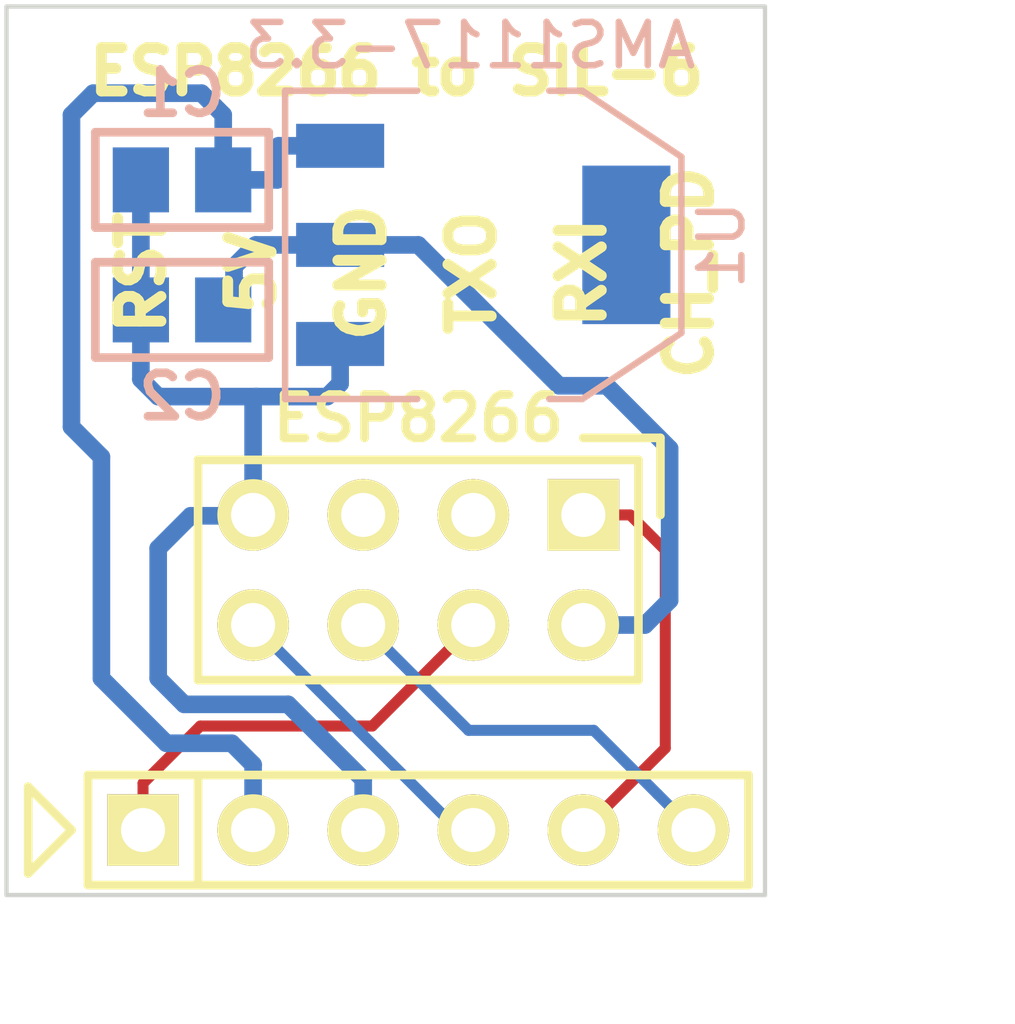
<source format=kicad_pcb>
(kicad_pcb (version 4) (host pcbnew "(2015-03-11 BZR 5507)-product")

  (general
    (links 12)
    (no_connects 0)
    (area 154.949999 97.7718 182.25 123.450001)
    (thickness 1.6)
    (drawings 13)
    (tracks 61)
    (zones 0)
    (modules 5)
    (nets 8)
  )

  (page A4)
  (title_block
    (title IKEA-Samtid_mood-light_esp8266-adapter)
    (date "Thu 12 Mar 2015")
    (rev 0.10.a)
    (company "2015 - blog.spitzenpfeil.org")
  )

  (layers
    (0 F.Cu signal)
    (31 B.Cu signal)
    (36 B.SilkS user)
    (37 F.SilkS user)
    (38 B.Mask user)
    (39 F.Mask user)
    (42 Eco1.User user)
    (44 Edge.Cuts user)
  )

  (setup
    (last_trace_width 0.254)
    (trace_clearance 0.2032)
    (zone_clearance 0.508)
    (zone_45_only no)
    (trace_min 0.2032)
    (segment_width 0.2)
    (edge_width 0.1)
    (via_size 0.635)
    (via_drill 0.3302)
    (via_min_size 0.635)
    (via_min_drill 0.3302)
    (uvia_size 0.508)
    (uvia_drill 0.127)
    (uvias_allowed no)
    (uvia_min_size 0.508)
    (uvia_min_drill 0.127)
    (pcb_text_width 0.3)
    (pcb_text_size 1.5 1.5)
    (mod_edge_width 0.15)
    (mod_text_size 1 1)
    (mod_text_width 0.15)
    (pad_size 1.5 1.5)
    (pad_drill 0.6)
    (pad_to_mask_clearance 0.0254)
    (aux_axis_origin 0 0)
    (visible_elements FFFFFF7F)
    (pcbplotparams
      (layerselection 0x010f0_80000001)
      (usegerberextensions true)
      (excludeedgelayer true)
      (linewidth 0.100000)
      (plotframeref false)
      (viasonmask false)
      (mode 1)
      (useauxorigin false)
      (hpglpennumber 1)
      (hpglpenspeed 20)
      (hpglpendiameter 15)
      (hpglpenoverlay 2)
      (psnegative false)
      (psa4output false)
      (plotreference true)
      (plotvalue true)
      (plotinvisibletext false)
      (padsonsilk false)
      (subtractmaskfromsilk true)
      (outputformat 1)
      (mirror false)
      (drillshape 0)
      (scaleselection 1)
      (outputdirectory gerber_files_esp8266-adapter/))
  )

  (net 0 "")
  (net 1 +5V)
  (net 2 GND)
  (net 3 +3.3V)
  (net 4 /RXI)
  (net 5 /RST)
  (net 6 /CH_PD)
  (net 7 /TXO)

  (net_class Default "This is the default net class."
    (clearance 0.2032)
    (trace_width 0.254)
    (via_dia 0.635)
    (via_drill 0.3302)
    (uvia_dia 0.508)
    (uvia_drill 0.127)
    (add_net /CH_PD)
    (add_net /RST)
    (add_net /RXI)
    (add_net /TXO)
  )

  (net_class Power ""
    (clearance 0.2032)
    (trace_width 0.4064)
    (via_dia 0.889)
    (via_drill 0.635)
    (uvia_dia 0.508)
    (uvia_drill 0.127)
    (add_net +3.3V)
    (add_net +5V)
    (add_net GND)
  )

  (module my_parts:MADW__C0805 (layer B.Cu) (tedit 55018155) (tstamp 55017FC8)
    (at 159.05004 105 180)
    (descr CAPACITOR)
    (tags CAPACITOR)
    (path /550178B7)
    (attr smd)
    (fp_text reference C2 (at 0 -2 180) (layer B.SilkS)
      (effects (font (size 1 1) (thickness 0.2)) (justify mirror))
    )
    (fp_text value C (at 0 -2.2 180) (layer B.SilkS) hide
      (effects (font (size 1 1) (thickness 0.2)) (justify mirror))
    )
    (fp_line (start 2 1.1) (end -2 1.1) (layer B.SilkS) (width 0.2))
    (fp_line (start 2 1.1) (end 2 -1.1) (layer B.SilkS) (width 0.2))
    (fp_line (start 2 -1.1) (end -2 -1.1) (layer B.SilkS) (width 0.2))
    (fp_line (start -2 -1.1) (end -2 1.1) (layer B.SilkS) (width 0.2))
    (fp_line (start 0.2 0.4) (end 0.2 -0.4) (layer Dwgs.User) (width 0.1))
    (fp_line (start -0.2 0.4) (end -0.2 -0.4) (layer Dwgs.User) (width 0.1))
    (fp_line (start -0.2 0) (end -0.6 0) (layer Dwgs.User) (width 0.1))
    (fp_line (start 0.2 0) (end 0.6 0) (layer Dwgs.User) (width 0.1))
    (fp_line (start -1 0.63) (end 1 0.63) (layer Dwgs.User) (width 0.2))
    (fp_line (start 1 0.63) (end 1 -0.63) (layer Dwgs.User) (width 0.2))
    (fp_line (start 1 -0.63) (end -1 -0.63) (layer Dwgs.User) (width 0.2))
    (fp_line (start -1 -0.63) (end -1 0.63) (layer Dwgs.User) (width 0.2))
    (pad 1 smd rect (at -0.94996 0 180) (size 1.29794 1.4986) (layers B.Cu B.Mask)
      (net 3 +3.3V))
    (pad 2 smd rect (at 0.94996 0 180) (size 1.29794 1.4986) (layers B.Cu B.Mask)
      (net 2 GND))
  )

  (module my_parts:MADW__C0805 (layer B.Cu) (tedit 55018150) (tstamp 55018540)
    (at 159.05004 102 180)
    (descr CAPACITOR)
    (tags CAPACITOR)
    (path /5501783A)
    (attr smd)
    (fp_text reference C1 (at 0 2 180) (layer B.SilkS)
      (effects (font (size 1 1) (thickness 0.2)) (justify mirror))
    )
    (fp_text value C (at 0 -2.2 180) (layer B.SilkS) hide
      (effects (font (size 1 1) (thickness 0.2)) (justify mirror))
    )
    (fp_line (start 2 1.1) (end -2 1.1) (layer B.SilkS) (width 0.2))
    (fp_line (start 2 1.1) (end 2 -1.1) (layer B.SilkS) (width 0.2))
    (fp_line (start 2 -1.1) (end -2 -1.1) (layer B.SilkS) (width 0.2))
    (fp_line (start -2 -1.1) (end -2 1.1) (layer B.SilkS) (width 0.2))
    (fp_line (start 0.2 0.4) (end 0.2 -0.4) (layer Dwgs.User) (width 0.1))
    (fp_line (start -0.2 0.4) (end -0.2 -0.4) (layer Dwgs.User) (width 0.1))
    (fp_line (start -0.2 0) (end -0.6 0) (layer Dwgs.User) (width 0.1))
    (fp_line (start 0.2 0) (end 0.6 0) (layer Dwgs.User) (width 0.1))
    (fp_line (start -1 0.63) (end 1 0.63) (layer Dwgs.User) (width 0.2))
    (fp_line (start 1 0.63) (end 1 -0.63) (layer Dwgs.User) (width 0.2))
    (fp_line (start 1 -0.63) (end -1 -0.63) (layer Dwgs.User) (width 0.2))
    (fp_line (start -1 -0.63) (end -1 0.63) (layer Dwgs.User) (width 0.2))
    (pad 1 smd rect (at -0.94996 0 180) (size 1.29794 1.4986) (layers B.Cu B.Mask)
      (net 1 +5V))
    (pad 2 smd rect (at 0.94996 0 180) (size 1.29794 1.4986) (layers B.Cu B.Mask)
      (net 2 GND))
  )

  (module SMD_Packages:SOT-223 (layer B.Cu) (tedit 550180FC) (tstamp 550184FF)
    (at 166 103.5 90)
    (descr "module CMS SOT223 4 pins")
    (tags "CMS SOT")
    (path /5501763B)
    (attr smd)
    (fp_text reference U1 (at 0 5.5 90) (layer B.SilkS)
      (effects (font (size 1 1) (thickness 0.15)) (justify mirror))
    )
    (fp_text value AMS1117-3.3 (at 4.6 -0.3 360) (layer B.SilkS)
      (effects (font (size 1 1) (thickness 0.15)) (justify mirror))
    )
    (fp_line (start -3.556 -1.524) (end -3.556 -4.572) (layer B.SilkS) (width 0.15))
    (fp_line (start -3.556 -4.572) (end 3.556 -4.572) (layer B.SilkS) (width 0.15))
    (fp_line (start 3.556 -4.572) (end 3.556 -1.524) (layer B.SilkS) (width 0.15))
    (fp_line (start -3.556 1.524) (end -3.556 2.286) (layer B.SilkS) (width 0.15))
    (fp_line (start -3.556 2.286) (end -2.032 4.572) (layer B.SilkS) (width 0.15))
    (fp_line (start -2.032 4.572) (end 2.032 4.572) (layer B.SilkS) (width 0.15))
    (fp_line (start 2.032 4.572) (end 3.556 2.286) (layer B.SilkS) (width 0.15))
    (fp_line (start 3.556 2.286) (end 3.556 1.524) (layer B.SilkS) (width 0.15))
    (pad 4 smd rect (at 0 3.302 90) (size 3.6576 2.032) (layers B.Cu B.Mask))
    (pad 2 smd rect (at 0 -3.302 90) (size 1.016 2.032) (layers B.Cu B.Mask)
      (net 3 +3.3V))
    (pad 3 smd rect (at 2.286 -3.302 90) (size 1.016 2.032) (layers B.Cu B.Mask)
      (net 1 +5V))
    (pad 1 smd rect (at -2.286 -3.302 90) (size 1.016 2.032) (layers B.Cu B.Mask)
      (net 2 GND))
    (model SMD_Packages/SOT-223.wrl
      (at (xyz 0 0 0))
      (scale (xyz 0.4 0.4 0.4))
      (rotate (xyz 0 0 0))
    )
  )

  (module SIL-Headers:SIL-6 (layer F.Cu) (tedit 550180A8) (tstamp 55017FE4)
    (at 164.5 117)
    (tags "CONN DEV")
    (path /55017B34)
    (fp_text reference P2 (at 0 -2.54) (layer F.SilkS) hide
      (effects (font (size 1 1) (thickness 0.2)))
    )
    (fp_text value mood-light (at 0 2.75) (layer F.SilkS) hide
      (effects (font (size 1 1) (thickness 0.2)))
    )
    (fp_line (start -8 0) (end -9 -1) (layer F.SilkS) (width 0.2))
    (fp_line (start -9 -1) (end -9 1) (layer F.SilkS) (width 0.2))
    (fp_line (start -9 1) (end -8 0) (layer F.SilkS) (width 0.2))
    (fp_line (start -7.62 1.27) (end -7.62 -1.27) (layer F.SilkS) (width 0.2))
    (fp_line (start -7.62 -1.27) (end 7.62 -1.27) (layer F.SilkS) (width 0.2))
    (fp_line (start 7.62 -1.27) (end 7.62 1.27) (layer F.SilkS) (width 0.2))
    (fp_line (start 7.62 1.27) (end -7.62 1.27) (layer F.SilkS) (width 0.2))
    (fp_line (start -5.08 1.27) (end -5.08 -1.27) (layer F.SilkS) (width 0.2))
    (pad 1 thru_hole rect (at -6.35 0) (size 1.65 1.65) (drill 1.016) (layers *.Cu *.Mask F.SilkS)
      (net 5 /RST))
    (pad 2 thru_hole circle (at -3.81 0) (size 1.65 1.65) (drill 1.016) (layers *.Cu *.Mask F.SilkS)
      (net 1 +5V))
    (pad 3 thru_hole circle (at -1.27 0) (size 1.65 1.65) (drill 1.016) (layers *.Cu *.Mask F.SilkS)
      (net 2 GND))
    (pad 4 thru_hole circle (at 1.27 0) (size 1.65 1.65) (drill 1.016) (layers *.Cu *.Mask F.SilkS)
      (net 7 /TXO))
    (pad 5 thru_hole circle (at 3.81 0) (size 1.65 1.65) (drill 1.016) (layers *.Cu *.Mask F.SilkS)
      (net 4 /RXI))
    (pad 6 thru_hole circle (at 6.35 0) (size 1.65 1.65) (drill 1.016) (layers *.Cu *.Mask F.SilkS)
      (net 6 /CH_PD))
  )

  (module DIL-Headers:DIL-4 (layer F.Cu) (tedit 55018846) (tstamp 55017FDA)
    (at 164.5 111)
    (descr "Male 3x2 header with 2.54mm raster")
    (tags "CONN, header, male, 3x2, 2.54mm")
    (path /55017A7D)
    (fp_text reference P1 (at 0 -3.81) (layer F.SilkS) hide
      (effects (font (size 1 1) (thickness 0.2)))
    )
    (fp_text value ESP8266 (at 0 -3.5) (layer F.SilkS)
      (effects (font (size 1 1) (thickness 0.2)))
    )
    (fp_line (start 5.588 -3.048) (end 5.588 -1.27) (layer F.SilkS) (width 0.2))
    (fp_line (start 3.81 -3.048) (end 5.588 -3.048) (layer F.SilkS) (width 0.2))
    (fp_line (start 5.08 -2.54) (end 5.08 2.54) (layer F.SilkS) (width 0.2))
    (fp_line (start -5.08 -2.54) (end 5.08 -2.54) (layer F.SilkS) (width 0.2))
    (fp_line (start 5.08 2.54) (end -5.08 2.54) (layer F.SilkS) (width 0.2))
    (fp_line (start -5.08 2.54) (end -5.08 -2.54) (layer F.SilkS) (width 0.2))
    (pad 1 thru_hole rect (at 3.81 -1.27) (size 1.651 1.651) (drill 1.016) (layers *.Cu *.Mask F.SilkS)
      (net 4 /RXI))
    (pad 2 thru_hole circle (at 3.81 1.27) (size 1.651 1.651) (drill 1.016) (layers *.Cu *.Mask F.SilkS)
      (net 3 +3.3V))
    (pad 3 thru_hole circle (at 1.27 -1.27) (size 1.651 1.651) (drill 1.016) (layers *.Cu *.Mask F.SilkS))
    (pad 4 thru_hole circle (at 1.27 1.27) (size 1.651 1.651) (drill 1.016) (layers *.Cu *.Mask F.SilkS)
      (net 5 /RST))
    (pad 5 thru_hole circle (at -1.27 -1.27) (size 1.651 1.651) (drill 1.016) (layers *.Cu *.Mask F.SilkS))
    (pad 6 thru_hole circle (at -1.27 1.27) (size 1.651 1.651) (drill 1.016) (layers *.Cu *.Mask F.SilkS)
      (net 6 /CH_PD))
    (pad 7 thru_hole circle (at -3.81 -1.27) (size 1.651 1.651) (drill 1.016) (layers *.Cu *.Mask F.SilkS)
      (net 2 GND))
    (pad 8 thru_hole circle (at -3.81 1.27) (size 1.651 1.651) (drill 1.016) (layers *.Cu *.Mask F.SilkS)
      (net 7 /TXO))
  )

  (gr_text CH_PD (at 170.75 104.14 90) (layer F.SilkS) (tstamp 5501879F)
    (effects (font (size 1 1) (thickness 0.25)))
  )
  (gr_text RXI (at 168.275 104.14 90) (layer F.SilkS)
    (effects (font (size 1 1) (thickness 0.25)))
  )
  (gr_text TXO (at 165.735 104.14 90) (layer F.SilkS)
    (effects (font (size 1 1) (thickness 0.25)))
  )
  (gr_text GND (at 163.195 104.14 90) (layer F.SilkS)
    (effects (font (size 1 1) (thickness 0.25)))
  )
  (gr_text 5V (at 160.655 104.14 90) (layer F.SilkS)
    (effects (font (size 1 1) (thickness 0.25)))
  )
  (gr_text RST (at 158.115 104.14 90) (layer F.SilkS)
    (effects (font (size 1 1) (thickness 0.25)))
  )
  (gr_text "ESP8266 to SIL-6" (at 164 99.5) (layer F.SilkS)
    (effects (font (size 1 1) (thickness 0.25)))
  )
  (dimension 17.5 (width 0.3) (layer Eco1.User)
    (gr_text "17.500 mm" (at 163.75 122.1) (layer Eco1.User)
      (effects (font (size 1.5 1.5) (thickness 0.3)))
    )
    (feature1 (pts (xy 172.5 118.5) (xy 172.5 123.45)))
    (feature2 (pts (xy 155 118.5) (xy 155 123.45)))
    (crossbar (pts (xy 155 120.75) (xy 172.5 120.75)))
    (arrow1a (pts (xy 172.5 120.75) (xy 171.373496 121.336421)))
    (arrow1b (pts (xy 172.5 120.75) (xy 171.373496 120.163579)))
    (arrow2a (pts (xy 155 120.75) (xy 156.126504 121.336421)))
    (arrow2b (pts (xy 155 120.75) (xy 156.126504 120.163579)))
  )
  (dimension 20.5 (width 0.3) (layer Eco1.User)
    (gr_text "20.500 mm" (at 175.6 108.25 90) (layer Eco1.User)
      (effects (font (size 1.5 1.5) (thickness 0.3)))
    )
    (feature1 (pts (xy 172.5 98) (xy 176.95 98)))
    (feature2 (pts (xy 172.5 118.5) (xy 176.95 118.5)))
    (crossbar (pts (xy 174.25 118.5) (xy 174.25 98)))
    (arrow1a (pts (xy 174.25 98) (xy 174.836421 99.126504)))
    (arrow1b (pts (xy 174.25 98) (xy 173.663579 99.126504)))
    (arrow2a (pts (xy 174.25 118.5) (xy 174.836421 117.373496)))
    (arrow2b (pts (xy 174.25 118.5) (xy 173.663579 117.373496)))
  )
  (gr_line (start 155 98) (end 155 118.5) (layer Edge.Cuts) (width 0.1))
  (gr_line (start 172.5 98) (end 155 98) (layer Edge.Cuts) (width 0.1))
  (gr_line (start 172.5 118.5) (end 172.5 98) (layer Edge.Cuts) (width 0.1))
  (gr_line (start 155 118.5) (end 172.5 118.5) (layer Edge.Cuts) (width 0.1))

  (segment (start 162.412 101.5) (end 162.698 101.214) (width 0.4064) (layer B.Cu) (net 1))
  (segment (start 160 102) (end 161.25 102) (width 0.4064) (layer B.Cu) (net 1))
  (segment (start 161.2756 101.214) (end 162.698 101.214) (width 0.4064) (layer B.Cu) (net 1))
  (segment (start 161.25 101.2396) (end 161.2756 101.214) (width 0.4064) (layer B.Cu) (net 1))
  (segment (start 161.25 102) (end 161.25 101.2396) (width 0.4064) (layer B.Cu) (net 1))
  (segment (start 160.69 115.49) (end 160.69 117) (width 0.4064) (layer B.Cu) (net 1))
  (segment (start 160.197434 114.997434) (end 160.69 115.49) (width 0.4064) (layer B.Cu) (net 1))
  (segment (start 158.687434 114.997434) (end 160.197434 114.997434) (width 0.4064) (layer B.Cu) (net 1))
  (segment (start 157.189777 113.499777) (end 158.687434 114.997434) (width 0.4064) (layer B.Cu) (net 1))
  (segment (start 157.189777 108.389777) (end 157.189777 113.499777) (width 0.4064) (layer B.Cu) (net 1))
  (segment (start 156.5 107.7) (end 157.189777 108.389777) (width 0.4064) (layer B.Cu) (net 1))
  (segment (start 156.5 100.5) (end 156.5 107.7) (width 0.4064) (layer B.Cu) (net 1))
  (segment (start 159.5 100) (end 157 100) (width 0.4064) (layer B.Cu) (net 1))
  (segment (start 160 100.5) (end 159.5 100) (width 0.4064) (layer B.Cu) (net 1))
  (segment (start 157 100) (end 156.5 100.5) (width 0.4064) (layer B.Cu) (net 1))
  (segment (start 160 102) (end 160 100.5) (width 0.4064) (layer B.Cu) (net 1))
  (segment (start 158.10008 102) (end 158.10008 105) (width 0.4064) (layer B.Cu) (net 2))
  (segment (start 162.698 106.7004) (end 162.3984 107) (width 0.4064) (layer B.Cu) (net 2))
  (segment (start 162.698 105.786) (end 162.698 106.7004) (width 0.4064) (layer B.Cu) (net 2))
  (segment (start 158.10008 106.60008) (end 158.10008 105) (width 0.4064) (layer B.Cu) (net 2))
  (segment (start 158.5 107) (end 158.10008 106.60008) (width 0.4064) (layer B.Cu) (net 2))
  (segment (start 160.69 107.071293) (end 160.69 109.73) (width 0.4064) (layer B.Cu) (net 2))
  (segment (start 160.761293 107) (end 160.69 107.071293) (width 0.4064) (layer B.Cu) (net 2))
  (segment (start 162.3984 107) (end 160.761293 107) (width 0.4064) (layer B.Cu) (net 2))
  (segment (start 160.761293 107) (end 158.5 107) (width 0.4064) (layer B.Cu) (net 2))
  (segment (start 160.67 109.75) (end 160.69 109.73) (width 0.4064) (layer B.Cu) (net 2))
  (segment (start 159.25 109.75) (end 160.67 109.75) (width 0.4064) (layer B.Cu) (net 2))
  (segment (start 158.5 113.5) (end 158.5 110.5) (width 0.4064) (layer B.Cu) (net 2))
  (segment (start 159.1 114.1) (end 158.5 113.5) (width 0.4064) (layer B.Cu) (net 2))
  (segment (start 161.496726 114.1) (end 159.1 114.1) (width 0.4064) (layer B.Cu) (net 2))
  (segment (start 163.23 115.833274) (end 161.496726 114.1) (width 0.4064) (layer B.Cu) (net 2))
  (segment (start 158.5 110.5) (end 159.25 109.75) (width 0.4064) (layer B.Cu) (net 2))
  (segment (start 163.23 117) (end 163.23 115.833274) (width 0.4064) (layer B.Cu) (net 2))
  (segment (start 160 104.89967) (end 160.25 104.64967) (width 0.4064) (layer B.Cu) (net 3))
  (segment (start 160 105) (end 160 104.89967) (width 0.4064) (layer B.Cu) (net 3))
  (segment (start 160.25 104.64967) (end 160.25 104) (width 0.4064) (layer B.Cu) (net 3))
  (segment (start 160.75 103.5) (end 162.698 103.5) (width 0.4064) (layer B.Cu) (net 3))
  (segment (start 160.25 104) (end 160.75 103.5) (width 0.4064) (layer B.Cu) (net 3))
  (segment (start 169.73 112.27) (end 168.31 112.27) (width 0.4064) (layer B.Cu) (net 3))
  (segment (start 170.3 111.7) (end 169.73 112.27) (width 0.4064) (layer B.Cu) (net 3))
  (segment (start 170.3 108.2) (end 170.3 111.7) (width 0.4064) (layer B.Cu) (net 3))
  (segment (start 168.85 106.75) (end 170.3 108.2) (width 0.4064) (layer B.Cu) (net 3))
  (segment (start 167.75 106.75) (end 168.85 106.75) (width 0.4064) (layer B.Cu) (net 3))
  (segment (start 164.5 103.5) (end 167.75 106.75) (width 0.4064) (layer B.Cu) (net 3))
  (segment (start 162.698 103.5) (end 164.5 103.5) (width 0.4064) (layer B.Cu) (net 3))
  (segment (start 169.3895 109.73) (end 168.31 109.73) (width 0.254) (layer F.Cu) (net 4))
  (segment (start 170.2 110.5405) (end 169.3895 109.73) (width 0.254) (layer F.Cu) (net 4))
  (segment (start 170.2 115.11) (end 170.2 110.5405) (width 0.254) (layer F.Cu) (net 4))
  (segment (start 168.31 117) (end 170.2 115.11) (width 0.254) (layer F.Cu) (net 4))
  (segment (start 164.944501 113.095499) (end 165.77 112.27) (width 0.254) (layer F.Cu) (net 5))
  (segment (start 163.44 114.6) (end 164.944501 113.095499) (width 0.254) (layer F.Cu) (net 5))
  (segment (start 159.471 114.6) (end 163.44 114.6) (width 0.254) (layer F.Cu) (net 5))
  (segment (start 158.15 115.921) (end 159.471 114.6) (width 0.254) (layer F.Cu) (net 5))
  (segment (start 158.15 117) (end 158.15 115.921) (width 0.254) (layer F.Cu) (net 5))
  (segment (start 168.55 114.7) (end 170.025001 116.175001) (width 0.254) (layer B.Cu) (net 6))
  (segment (start 165.66 114.7) (end 168.55 114.7) (width 0.254) (layer B.Cu) (net 6))
  (segment (start 170.025001 116.175001) (end 170.85 117) (width 0.254) (layer B.Cu) (net 6))
  (segment (start 163.23 112.27) (end 165.66 114.7) (width 0.254) (layer B.Cu) (net 6))
  (segment (start 165.42 117) (end 165.77 117) (width 0.254) (layer F.Cu) (net 7))
  (segment (start 165.42 117) (end 165.77 117) (width 0.254) (layer B.Cu) (net 7))
  (segment (start 160.69 112.27) (end 165.42 117) (width 0.254) (layer B.Cu) (net 7))

)

</source>
